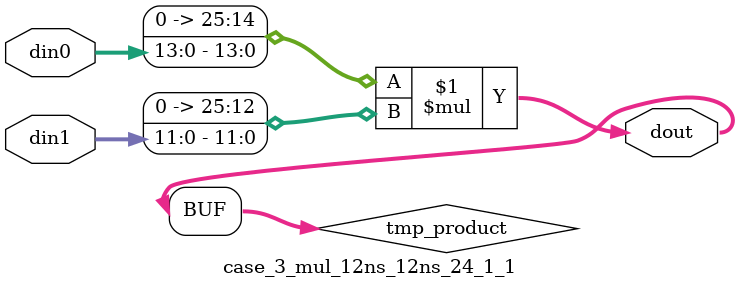
<source format=v>

`timescale 1 ns / 1 ps

 (* use_dsp = "no" *)  module case_3_mul_12ns_12ns_24_1_1(din0, din1, dout);
parameter ID = 1;
parameter NUM_STAGE = 0;
parameter din0_WIDTH = 14;
parameter din1_WIDTH = 12;
parameter dout_WIDTH = 26;

input [din0_WIDTH - 1 : 0] din0; 
input [din1_WIDTH - 1 : 0] din1; 
output [dout_WIDTH - 1 : 0] dout;

wire signed [dout_WIDTH - 1 : 0] tmp_product;
























assign tmp_product = $signed({1'b0, din0}) * $signed({1'b0, din1});











assign dout = tmp_product;





















endmodule

</source>
